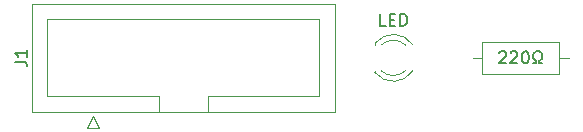
<source format=gto>
%TF.GenerationSoftware,KiCad,Pcbnew,(5.1.10-1-10_14)*%
%TF.CreationDate,2021-11-08T19:15:22+08:00*%
%TF.ProjectId,Pragmatic,50726167-6d61-4746-9963-2e6b69636164,0.1*%
%TF.SameCoordinates,Original*%
%TF.FileFunction,Legend,Top*%
%TF.FilePolarity,Positive*%
%FSLAX46Y46*%
G04 Gerber Fmt 4.6, Leading zero omitted, Abs format (unit mm)*
G04 Created by KiCad (PCBNEW (5.1.10-1-10_14)) date 2021-11-08 19:15:22*
%MOMM*%
%LPD*%
G01*
G04 APERTURE LIST*
%ADD10C,0.120000*%
%ADD11C,0.150000*%
%ADD12C,0.381000*%
%ADD13O,1.600000X1.600000*%
%ADD14C,1.600000*%
%ADD15C,1.700000*%
%ADD16C,1.800000*%
%ADD17R,1.800000X1.800000*%
%ADD18C,4.900000*%
G04 APERTURE END LIST*
D10*
X91980000Y-39905000D02*
X91980000Y-42645000D01*
X91980000Y-42645000D02*
X98520000Y-42645000D01*
X98520000Y-42645000D02*
X98520000Y-39905000D01*
X98520000Y-39905000D02*
X91980000Y-39905000D01*
X91210000Y-41275000D02*
X91980000Y-41275000D01*
X99290000Y-41275000D02*
X98520000Y-41275000D01*
X53845000Y-45835000D02*
X53845000Y-36715000D01*
X53845000Y-36715000D02*
X79505000Y-36715000D01*
X79505000Y-36715000D02*
X79505000Y-45835000D01*
X79505000Y-45835000D02*
X53845000Y-45835000D01*
X64625000Y-45835000D02*
X64625000Y-44525000D01*
X64625000Y-44525000D02*
X55145000Y-44525000D01*
X55145000Y-44525000D02*
X55145000Y-38025000D01*
X55145000Y-38025000D02*
X78205000Y-38025000D01*
X78205000Y-38025000D02*
X78205000Y-44525000D01*
X78205000Y-44525000D02*
X68725000Y-44525000D01*
X68725000Y-44525000D02*
X68725000Y-44525000D01*
X68725000Y-44525000D02*
X68725000Y-45835000D01*
X59055000Y-46225000D02*
X58555000Y-47225000D01*
X58555000Y-47225000D02*
X59555000Y-47225000D01*
X59555000Y-47225000D02*
X59055000Y-46225000D01*
X82895000Y-40039000D02*
X82895000Y-40195000D01*
X82895000Y-42355000D02*
X82895000Y-42511000D01*
X85496130Y-42354837D02*
G75*
G02*
X83414039Y-42355000I-1041130J1079837D01*
G01*
X85496130Y-40195163D02*
G75*
G03*
X83414039Y-40195000I-1041130J-1079837D01*
G01*
X86127335Y-42353608D02*
G75*
G02*
X82895000Y-42510516I-1672335J1078608D01*
G01*
X86127335Y-40196392D02*
G75*
G03*
X82895000Y-40039484I-1672335J-1078608D01*
G01*
D11*
X93440476Y-40822619D02*
X93488095Y-40775000D01*
X93583333Y-40727380D01*
X93821428Y-40727380D01*
X93916666Y-40775000D01*
X93964285Y-40822619D01*
X94011904Y-40917857D01*
X94011904Y-41013095D01*
X93964285Y-41155952D01*
X93392857Y-41727380D01*
X94011904Y-41727380D01*
X94392857Y-40822619D02*
X94440476Y-40775000D01*
X94535714Y-40727380D01*
X94773809Y-40727380D01*
X94869047Y-40775000D01*
X94916666Y-40822619D01*
X94964285Y-40917857D01*
X94964285Y-41013095D01*
X94916666Y-41155952D01*
X94345238Y-41727380D01*
X94964285Y-41727380D01*
X95583333Y-40727380D02*
X95678571Y-40727380D01*
X95773809Y-40775000D01*
X95821428Y-40822619D01*
X95869047Y-40917857D01*
X95916666Y-41108333D01*
X95916666Y-41346428D01*
X95869047Y-41536904D01*
X95821428Y-41632142D01*
X95773809Y-41679761D01*
X95678571Y-41727380D01*
X95583333Y-41727380D01*
X95488095Y-41679761D01*
X95440476Y-41632142D01*
X95392857Y-41536904D01*
X95345238Y-41346428D01*
X95345238Y-41108333D01*
X95392857Y-40917857D01*
X95440476Y-40822619D01*
X95488095Y-40775000D01*
X95583333Y-40727380D01*
X96297619Y-41727380D02*
X96535714Y-41727380D01*
X96535714Y-41536904D01*
X96440476Y-41489285D01*
X96345238Y-41394047D01*
X96297619Y-41251190D01*
X96297619Y-41013095D01*
X96345238Y-40870238D01*
X96440476Y-40775000D01*
X96583333Y-40727380D01*
X96773809Y-40727380D01*
X96916666Y-40775000D01*
X97011904Y-40870238D01*
X97059523Y-41013095D01*
X97059523Y-41251190D01*
X97011904Y-41394047D01*
X96916666Y-41489285D01*
X96821428Y-41536904D01*
X96821428Y-41727380D01*
X97059523Y-41727380D01*
X52407380Y-41608333D02*
X53121666Y-41608333D01*
X53264523Y-41655952D01*
X53359761Y-41751190D01*
X53407380Y-41894047D01*
X53407380Y-41989285D01*
X53407380Y-40608333D02*
X53407380Y-41179761D01*
X53407380Y-40894047D02*
X52407380Y-40894047D01*
X52550238Y-40989285D01*
X52645476Y-41084523D01*
X52693095Y-41179761D01*
X83812142Y-38552380D02*
X83335952Y-38552380D01*
X83335952Y-37552380D01*
X84145476Y-38028571D02*
X84478809Y-38028571D01*
X84621666Y-38552380D02*
X84145476Y-38552380D01*
X84145476Y-37552380D01*
X84621666Y-37552380D01*
X85050238Y-38552380D02*
X85050238Y-37552380D01*
X85288333Y-37552380D01*
X85431190Y-37600000D01*
X85526428Y-37695238D01*
X85574047Y-37790476D01*
X85621666Y-37980952D01*
X85621666Y-38123809D01*
X85574047Y-38314285D01*
X85526428Y-38409523D01*
X85431190Y-38504761D01*
X85288333Y-38552380D01*
X85050238Y-38552380D01*
%LPC*%
D12*
X124339047Y-42424047D02*
X124339047Y-39884047D01*
X125306666Y-39884047D01*
X125548571Y-40005000D01*
X125669523Y-40125952D01*
X125790476Y-40367857D01*
X125790476Y-40730714D01*
X125669523Y-40972619D01*
X125548571Y-41093571D01*
X125306666Y-41214523D01*
X124339047Y-41214523D01*
X126879047Y-42424047D02*
X126879047Y-40730714D01*
X126879047Y-41214523D02*
X127000000Y-40972619D01*
X127120952Y-40851666D01*
X127362857Y-40730714D01*
X127604761Y-40730714D01*
X129540000Y-42424047D02*
X129540000Y-41093571D01*
X129419047Y-40851666D01*
X129177142Y-40730714D01*
X128693333Y-40730714D01*
X128451428Y-40851666D01*
X129540000Y-42303095D02*
X129298095Y-42424047D01*
X128693333Y-42424047D01*
X128451428Y-42303095D01*
X128330476Y-42061190D01*
X128330476Y-41819285D01*
X128451428Y-41577380D01*
X128693333Y-41456428D01*
X129298095Y-41456428D01*
X129540000Y-41335476D01*
X131838095Y-40730714D02*
X131838095Y-42786904D01*
X131717142Y-43028809D01*
X131596190Y-43149761D01*
X131354285Y-43270714D01*
X130991428Y-43270714D01*
X130749523Y-43149761D01*
X131838095Y-42303095D02*
X131596190Y-42424047D01*
X131112380Y-42424047D01*
X130870476Y-42303095D01*
X130749523Y-42182142D01*
X130628571Y-41940238D01*
X130628571Y-41214523D01*
X130749523Y-40972619D01*
X130870476Y-40851666D01*
X131112380Y-40730714D01*
X131596190Y-40730714D01*
X131838095Y-40851666D01*
X133047619Y-42424047D02*
X133047619Y-40730714D01*
X133047619Y-40972619D02*
X133168571Y-40851666D01*
X133410476Y-40730714D01*
X133773333Y-40730714D01*
X134015238Y-40851666D01*
X134136190Y-41093571D01*
X134136190Y-42424047D01*
X134136190Y-41093571D02*
X134257142Y-40851666D01*
X134499047Y-40730714D01*
X134861904Y-40730714D01*
X135103809Y-40851666D01*
X135224761Y-41093571D01*
X135224761Y-42424047D01*
X137522857Y-42424047D02*
X137522857Y-41093571D01*
X137401904Y-40851666D01*
X137160000Y-40730714D01*
X136676190Y-40730714D01*
X136434285Y-40851666D01*
X137522857Y-42303095D02*
X137280952Y-42424047D01*
X136676190Y-42424047D01*
X136434285Y-42303095D01*
X136313333Y-42061190D01*
X136313333Y-41819285D01*
X136434285Y-41577380D01*
X136676190Y-41456428D01*
X137280952Y-41456428D01*
X137522857Y-41335476D01*
X138369523Y-40730714D02*
X139337142Y-40730714D01*
X138732380Y-39884047D02*
X138732380Y-42061190D01*
X138853333Y-42303095D01*
X139095238Y-42424047D01*
X139337142Y-42424047D01*
X140183809Y-42424047D02*
X140183809Y-40730714D01*
X140183809Y-39884047D02*
X140062857Y-40005000D01*
X140183809Y-40125952D01*
X140304761Y-40005000D01*
X140183809Y-39884047D01*
X140183809Y-40125952D01*
X142481904Y-42303095D02*
X142240000Y-42424047D01*
X141756190Y-42424047D01*
X141514285Y-42303095D01*
X141393333Y-42182142D01*
X141272380Y-41940238D01*
X141272380Y-41214523D01*
X141393333Y-40972619D01*
X141514285Y-40851666D01*
X141756190Y-40730714D01*
X142240000Y-40730714D01*
X142481904Y-40851666D01*
D13*
X100330000Y-41275000D03*
D14*
X90170000Y-41275000D03*
D15*
X74295000Y-40005000D03*
X71755000Y-40005000D03*
X69215000Y-40005000D03*
X66675000Y-40005000D03*
X64135000Y-40005000D03*
X61595000Y-40005000D03*
X59055000Y-40005000D03*
X74295000Y-42545000D03*
X71755000Y-42545000D03*
X69215000Y-42545000D03*
X66675000Y-42545000D03*
X64135000Y-42545000D03*
X61595000Y-42545000D03*
G36*
G01*
X59655000Y-43395000D02*
X58455000Y-43395000D01*
G75*
G02*
X58205000Y-43145000I0J250000D01*
G01*
X58205000Y-41945000D01*
G75*
G02*
X58455000Y-41695000I250000J0D01*
G01*
X59655000Y-41695000D01*
G75*
G02*
X59905000Y-41945000I0J-250000D01*
G01*
X59905000Y-43145000D01*
G75*
G02*
X59655000Y-43395000I-250000J0D01*
G01*
G37*
D16*
X85725000Y-41275000D03*
D17*
X83185000Y-41275000D03*
D18*
X95250000Y-76200000D03*
D16*
X89750000Y-76200000D03*
X100750000Y-76200000D03*
D15*
X100330000Y-76200000D03*
X90170000Y-76200000D03*
D18*
X95250000Y-57150000D03*
D16*
X89750000Y-57150000D03*
X100750000Y-57150000D03*
D15*
X100330000Y-57150000D03*
X90170000Y-57150000D03*
D18*
X76200000Y-57150000D03*
D16*
X70700000Y-57150000D03*
X81700000Y-57150000D03*
D15*
X81280000Y-57150000D03*
X71120000Y-57150000D03*
D18*
X133350000Y-133350000D03*
D16*
X127850000Y-133350000D03*
X138850000Y-133350000D03*
D15*
X138430000Y-133350000D03*
X128270000Y-133350000D03*
D18*
X114300000Y-133350000D03*
D16*
X108800000Y-133350000D03*
X119800000Y-133350000D03*
D15*
X119380000Y-133350000D03*
X109220000Y-133350000D03*
D18*
X152400000Y-114300000D03*
D16*
X146900000Y-114300000D03*
X157900000Y-114300000D03*
D15*
X157480000Y-114300000D03*
X147320000Y-114300000D03*
D18*
X152400000Y-152400000D03*
D16*
X146900000Y-152400000D03*
X157900000Y-152400000D03*
D15*
X157480000Y-152400000D03*
X147320000Y-152400000D03*
D18*
X133350000Y-152400000D03*
D16*
X127850000Y-152400000D03*
X138850000Y-152400000D03*
D15*
X138430000Y-152400000D03*
X128270000Y-152400000D03*
D18*
X114300000Y-152400000D03*
D16*
X108800000Y-152400000D03*
X119800000Y-152400000D03*
D15*
X119380000Y-152400000D03*
X109220000Y-152400000D03*
D18*
X95250000Y-152400000D03*
D16*
X89750000Y-152400000D03*
X100750000Y-152400000D03*
D15*
X100330000Y-152400000D03*
X90170000Y-152400000D03*
D18*
X76200000Y-152400000D03*
D16*
X70700000Y-152400000D03*
X81700000Y-152400000D03*
D15*
X81280000Y-152400000D03*
X71120000Y-152400000D03*
D18*
X57150000Y-152400000D03*
D16*
X51650000Y-152400000D03*
X62650000Y-152400000D03*
D15*
X62230000Y-152400000D03*
X52070000Y-152400000D03*
D18*
X152400000Y-133350000D03*
D16*
X146900000Y-133350000D03*
X157900000Y-133350000D03*
D15*
X157480000Y-133350000D03*
X147320000Y-133350000D03*
D18*
X95250000Y-133350000D03*
D16*
X89750000Y-133350000D03*
X100750000Y-133350000D03*
D15*
X100330000Y-133350000D03*
X90170000Y-133350000D03*
D18*
X76200000Y-133350000D03*
D16*
X70700000Y-133350000D03*
X81700000Y-133350000D03*
D15*
X81280000Y-133350000D03*
X71120000Y-133350000D03*
D18*
X57150000Y-133350000D03*
D16*
X51650000Y-133350000D03*
X62650000Y-133350000D03*
D15*
X62230000Y-133350000D03*
X52070000Y-133350000D03*
D18*
X133350000Y-114300000D03*
D16*
X127850000Y-114300000D03*
X138850000Y-114300000D03*
D15*
X138430000Y-114300000D03*
X128270000Y-114300000D03*
D18*
X114300000Y-114300000D03*
D16*
X108800000Y-114300000D03*
X119800000Y-114300000D03*
D15*
X119380000Y-114300000D03*
X109220000Y-114300000D03*
D18*
X95250000Y-114300000D03*
D16*
X89750000Y-114300000D03*
X100750000Y-114300000D03*
D15*
X100330000Y-114300000D03*
X90170000Y-114300000D03*
D18*
X76200000Y-114300000D03*
D16*
X70700000Y-114300000D03*
X81700000Y-114300000D03*
D15*
X81280000Y-114300000D03*
X71120000Y-114300000D03*
D18*
X57150000Y-114300000D03*
D16*
X51650000Y-114300000D03*
X62650000Y-114300000D03*
D15*
X62230000Y-114300000D03*
X52070000Y-114300000D03*
D18*
X152400000Y-95250000D03*
D16*
X146900000Y-95250000D03*
X157900000Y-95250000D03*
D15*
X157480000Y-95250000D03*
X147320000Y-95250000D03*
D18*
X133350000Y-95250000D03*
D16*
X127850000Y-95250000D03*
X138850000Y-95250000D03*
D15*
X138430000Y-95250000D03*
X128270000Y-95250000D03*
D18*
X114300000Y-95250000D03*
D16*
X108800000Y-95250000D03*
X119800000Y-95250000D03*
D15*
X119380000Y-95250000D03*
X109220000Y-95250000D03*
D18*
X95250000Y-95250000D03*
D16*
X89750000Y-95250000D03*
X100750000Y-95250000D03*
D15*
X100330000Y-95250000D03*
X90170000Y-95250000D03*
D18*
X76200000Y-95250000D03*
D16*
X70700000Y-95250000D03*
X81700000Y-95250000D03*
D15*
X81280000Y-95250000D03*
X71120000Y-95250000D03*
D18*
X57150000Y-95250000D03*
D16*
X51650000Y-95250000D03*
X62650000Y-95250000D03*
D15*
X62230000Y-95250000D03*
X52070000Y-95250000D03*
D18*
X152400000Y-76200000D03*
D16*
X146900000Y-76200000D03*
X157900000Y-76200000D03*
D15*
X157480000Y-76200000D03*
X147320000Y-76200000D03*
D18*
X133350000Y-76200000D03*
D16*
X127850000Y-76200000D03*
X138850000Y-76200000D03*
D15*
X138430000Y-76200000D03*
X128270000Y-76200000D03*
D18*
X114300000Y-76200000D03*
D16*
X108800000Y-76200000D03*
X119800000Y-76200000D03*
D15*
X119380000Y-76200000D03*
X109220000Y-76200000D03*
D18*
X76200000Y-76200000D03*
D16*
X70700000Y-76200000D03*
X81700000Y-76200000D03*
D15*
X81280000Y-76200000D03*
X71120000Y-76200000D03*
D18*
X57150000Y-76200000D03*
D16*
X51650000Y-76200000D03*
X62650000Y-76200000D03*
D15*
X62230000Y-76200000D03*
X52070000Y-76200000D03*
D18*
X152400000Y-57150000D03*
D16*
X146900000Y-57150000D03*
X157900000Y-57150000D03*
D15*
X157480000Y-57150000D03*
X147320000Y-57150000D03*
D18*
X133350000Y-57150000D03*
D16*
X127850000Y-57150000D03*
X138850000Y-57150000D03*
D15*
X138430000Y-57150000D03*
X128270000Y-57150000D03*
D18*
X114300000Y-57150000D03*
D16*
X108800000Y-57150000D03*
X119800000Y-57150000D03*
D15*
X119380000Y-57150000D03*
X109220000Y-57150000D03*
D18*
X57150000Y-57150000D03*
D16*
X51650000Y-57150000D03*
X62650000Y-57150000D03*
D15*
X62230000Y-57150000D03*
X52070000Y-57150000D03*
M02*

</source>
